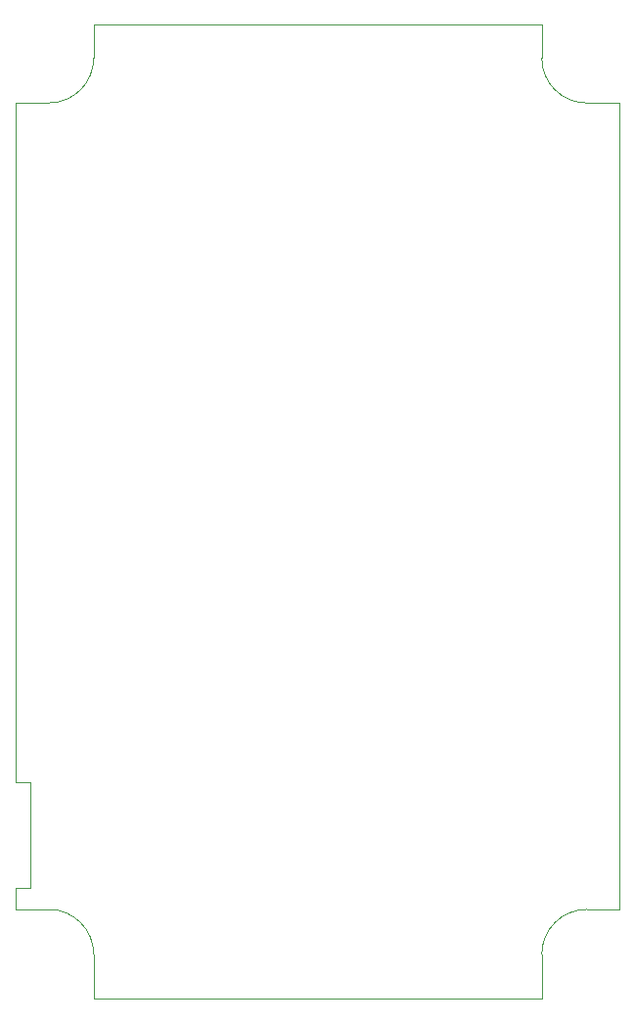
<source format=gbr>
G04 #@! TF.GenerationSoftware,KiCad,Pcbnew,(5.99.0-10362-gce3a84f579)*
G04 #@! TF.CreationDate,2021-05-11T11:50:45-04:00*
G04 #@! TF.ProjectId,rpi-cm4-carrier,7270692d-636d-4342-9d63-617272696572,v01*
G04 #@! TF.SameCoordinates,Original*
G04 #@! TF.FileFunction,Profile,NP*
%FSLAX46Y46*%
G04 Gerber Fmt 4.6, Leading zero omitted, Abs format (unit mm)*
G04 Created by KiCad (PCBNEW (5.99.0-10362-gce3a84f579)) date 2021-05-11 11:50:45*
%MOMM*%
%LPD*%
G01*
G04 APERTURE LIST*
G04 #@! TA.AperFunction,Profile*
%ADD10C,0.100000*%
G04 #@! TD*
G04 APERTURE END LIST*
D10*
X155650000Y-51000000D02*
X116875000Y-51000000D01*
X155650000Y-53875000D02*
X155650000Y-51000000D01*
X116875000Y-51000000D02*
X116875000Y-53875000D01*
X110125000Y-125675000D02*
X110125000Y-127500000D01*
X155649998Y-131374999D02*
G75*
G02*
X159525000Y-127499999I3875001J-1D01*
G01*
X162400000Y-57750000D02*
X159525000Y-57750000D01*
X110125000Y-116475000D02*
X111400000Y-116475000D01*
X110125000Y-57750000D02*
X110125000Y-116475000D01*
X113000001Y-127499998D02*
G75*
G02*
X116875001Y-131375000I-1J-3875001D01*
G01*
X111400000Y-116475000D02*
X111400000Y-125675000D01*
X159525000Y-127500000D02*
X162400000Y-127500000D01*
X110125000Y-127500000D02*
X113000000Y-127500000D01*
X111400000Y-125675000D02*
X110125000Y-125675000D01*
X159524999Y-57750002D02*
G75*
G02*
X155649999Y-53875000I1J3875001D01*
G01*
X113000000Y-57750000D02*
X110125000Y-57750000D01*
X116875000Y-131375000D02*
X116875000Y-135250000D01*
X155650000Y-135250000D02*
X155650000Y-131375000D01*
X116875002Y-53875001D02*
G75*
G02*
X113000000Y-57750001I-3875001J1D01*
G01*
X116875000Y-135250000D02*
X155650000Y-135250000D01*
X162400000Y-57750000D02*
X162400000Y-127500000D01*
M02*

</source>
